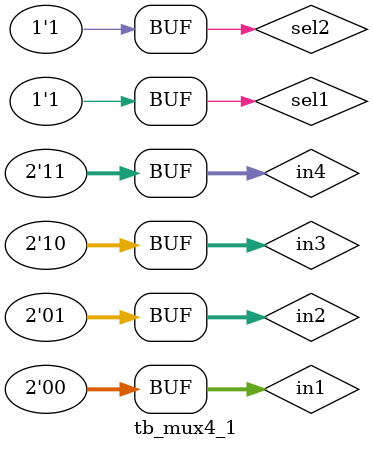
<source format=v>
module tb_mux4_1();
reg [1:0]in1,in2,in3,in4;
reg sel1,sel2;
wire [1:0]out;
mux4_1 m1(in1,in2,in3,in4,sel1,sel2,out);
initial begin
 $monitor("in1=%b,in2=%b,in3=%b,in4=%b ,sel1=%b,sel2=%b , out=%b",in1,in2,in3,in4,sel1,sel2,out);
 
 in1=2'b00;
 in2=2'b01;
 in3=2'b10;
 in4=2'b11;
 sel1=1'b0;
 sel2=1'b0;
#10;
 in1=2'b00;
 in2=2'b01;
 in3=2'b10;
 in4=2'b11;
 sel1=1'b1;
 sel2=1'b0;

#10;
 in1=2'b00;
 in2=2'b01;
 in3=2'b10;
 in4=2'b11;
 sel1=1'b0;
 sel2=1'b1;

#10;
 in1=2'b00;
 in2=2'b01;
 in3=2'b10;
 in4=2'b11;
 sel1=1'b1;
 sel2=1'b1;




end
endmodule

</source>
